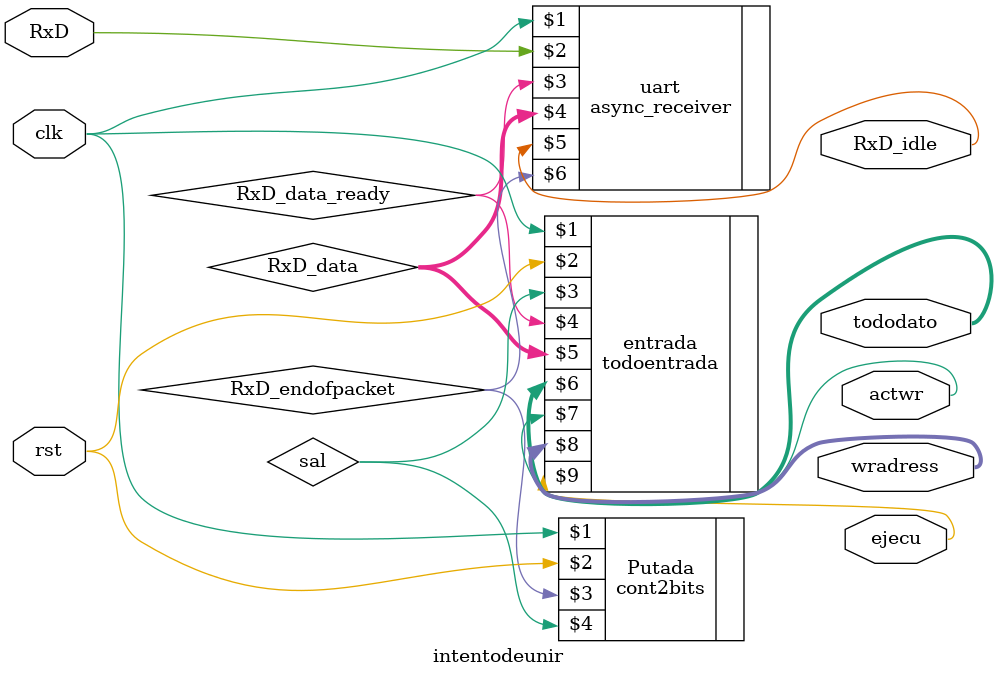
<source format=v>
`timescale 1ns / 1ps

module intentodeunir(clk,rst,RxD,tododato,actwr,wradress,ejecu,RxD_idle);


///////////////////////

input clk,rst,RxD;
////////////////////////////

output wire[31:0]tododato;// dato en 32 bits
output wire actwr,ejecu, RxD_idle;// activa la entrada a IM y la segunda activa el control general
output wire[3:0]wradress;// la que tiene que escribir en IM

//////////////////////////////////////////////////////////////
wire[7:0]RxD_data;
wire RxD_data_ready;//
wire RxD_endofpacket, sal;//

//////////////////////////////////////////////////////////
async_receiver uart(clk,RxD,RxD_data_ready,RxD_data,RxD_idle,RxD_endofpacket);//manda rxddata es los datos de entrada 8 bits,

cont2bits Putada(clk,rst,RxD_endofpacket,sal);
// luego dataready me dice que ya se paso el dato y que biene el siguiente,por ultimo rxd idle me dicae que ya termino todo el proceso, lo estoy usando como el opcode del nop
todoentrada entrada(clk,rst,sal,RxD_data_ready,RxD_data,tododato,actwr,wradress,ejecu);// tododato son los 32 bits de salida
//presenta unos errores con una vara del uart rarisima" ASSERTION_ERROR expects 0 arguments"
endmodule


</source>
